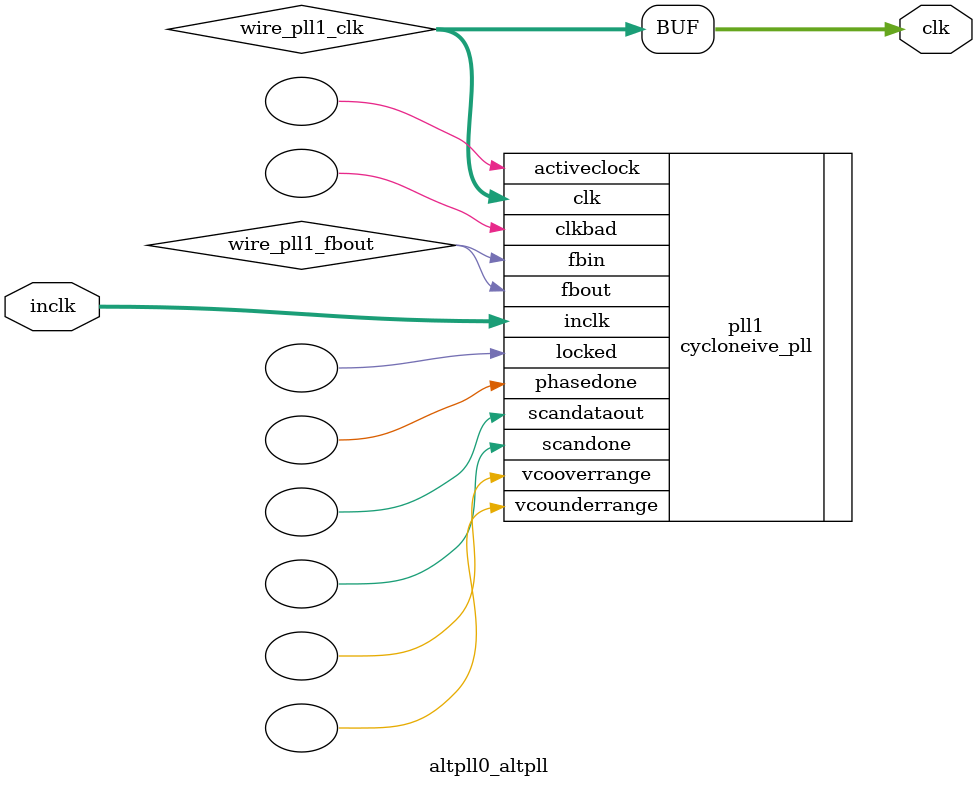
<source format=v>






//synthesis_resources = cycloneive_pll 1 
//synopsys translate_off
`timescale 1 ps / 1 ps
//synopsys translate_on
module  altpll0_altpll
	( 
	clk,
	inclk) /* synthesis synthesis_clearbox=1 */;
	output   [4:0]  clk;
	input   [1:0]  inclk;
`ifndef ALTERA_RESERVED_QIS
// synopsys translate_off
`endif
	tri0   [1:0]  inclk;
`ifndef ALTERA_RESERVED_QIS
// synopsys translate_on
`endif

	wire  [4:0]   wire_pll1_clk;
	wire  wire_pll1_fbout;

	cycloneive_pll   pll1
	( 
	.activeclock(),
	.clk(wire_pll1_clk),
	.clkbad(),
	.fbin(wire_pll1_fbout),
	.fbout(wire_pll1_fbout),
	.inclk(inclk),
	.locked(),
	.phasedone(),
	.scandataout(),
	.scandone(),
	.vcooverrange(),
	.vcounderrange()
	`ifndef FORMAL_VERIFICATION
	// synopsys translate_off
	`endif
	,
	.areset(1'b0),
	.clkswitch(1'b0),
	.configupdate(1'b0),
	.pfdena(1'b1),
	.phasecounterselect({3{1'b0}}),
	.phasestep(1'b0),
	.phaseupdown(1'b0),
	.scanclk(1'b0),
	.scanclkena(1'b1),
	.scandata(1'b0)
	`ifndef FORMAL_VERIFICATION
	// synopsys translate_on
	`endif
	);
	defparam
		pll1.bandwidth_type = "auto",
		pll1.clk0_divide_by = 1,
		pll1.clk0_duty_cycle = 50,
		pll1.clk0_multiply_by = 1,
		pll1.clk0_phase_shift = "0",
		pll1.clk1_divide_by = 1,
		pll1.clk1_duty_cycle = 50,
		pll1.clk1_multiply_by = 1,
		pll1.clk1_phase_shift = "-3333",
		pll1.compensate_clock = "clk0",
		pll1.inclk0_input_frequency = 20000,
		pll1.operation_mode = "normal",
		pll1.pll_type = "auto",
		pll1.lpm_type = "cycloneive_pll";
	assign
		clk = {wire_pll1_clk[4:0]};
endmodule //altpll0_altpll
//VALID FILE

</source>
